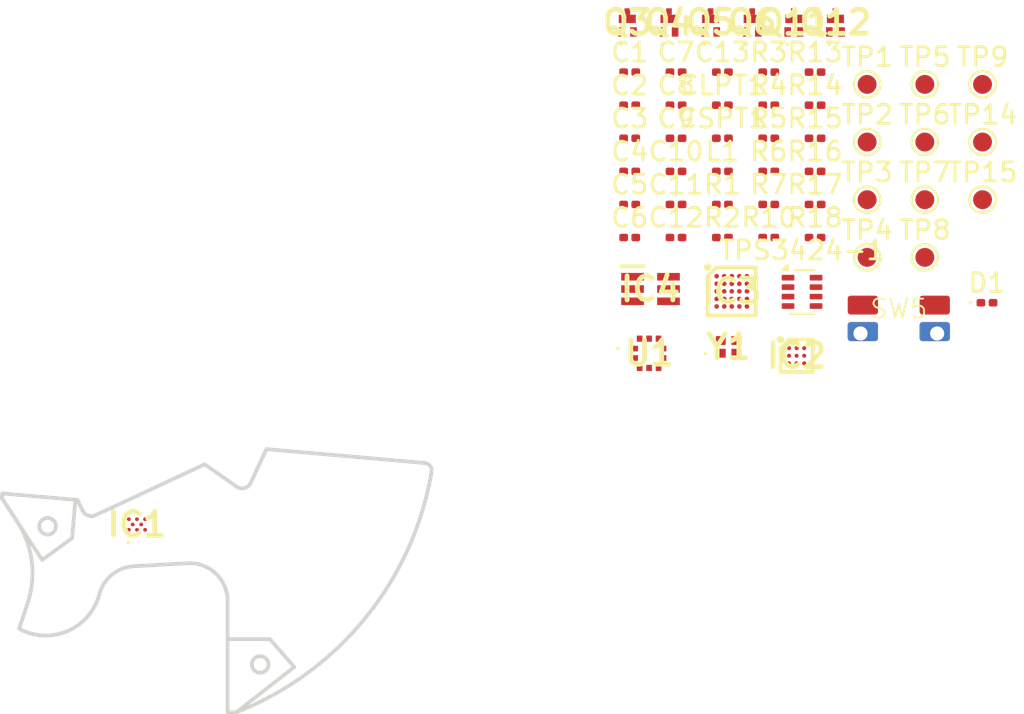
<source format=kicad_pcb>
(kicad_pcb (version 20241229) (generator "pcbnew") (generator_version "9.0")
  (layers (0 "F.Cu" signal) (2 "B.Cu" signal) (13 "F.Paste" user) (15 "B.Paste" user) (5 "F.SilkS" user "F.Silkscreen") (7 "B.SilkS" user "B.Silkscreen") (1 "F.Mask" user) (3 "B.Mask" user) (25 "Edge.Cuts" user))
  (net 0 "")
  (net 1 "GND")
  (net 2 "Monostable output")
  (net 3 "Net-(IC3-VDDA)")
  (net 4 "Net-(IC2-CRST)")
  (net 5 "Net-(U1-VDDIO)")
  (net 6 "NRST")
  (net 7 "Net-(D1-A)")
  (net 8 "+3V0")
  (net 9 "Net-(IC1-VDD)")
  (net 10 "Net-(IC1-MOT2)")
  (net 12 "OSCOUT")
  (net 13 "Net-(IC1-MOT1)")
  (net 14 "Net-(IC1-RESET)")
  (net 15 "OSCIN")
  (net 16 "I2C1_SCL")
  (net 18 "I2C1_SDA")
  (net 19 "SYS_SWDIO")
  (net 20 "GPIO_EXTI9")
  (net 25 "BaroVCC")
  (net 26 "SYS_SWCLK")
  (net 29 "Tim2_CH3")
  (net 30 "CompVCC")
  (net 31 "Tim2_CH1")
  (net 34 "GPIO_EXTI1")
  (net 35 "GPIO_Output_Mono")
  (net 37 "GPIO_Output_Baro")
  (net 38 "GPIO_Output_Comp")
  (net 39 "Net-(Q3-D_1)")
  (net 40 "Net-(Q4-D_1)")
  (net 41 "Controller Output")
  (net 42 "Net-(SW5-A)")
  (net 43 "Net-(TPS3424-1-LPT)")
  (net 44 "Net-(TPS3424-1-SPT)")
  (net 47 "Net-(IC4-ON)")
  (footprint "Capacitor_SMD:C_0201_0603Metric" (layer "F.Cu") (at 127.925 91.35)
    (property "Reference" "C11" (at 0 -1.05 0) (layer "F.SilkS"))
    (property "Value" "100n")
    (pad "1" smd roundrect (at -0.32 0) (size 0.46 0.4) (layers "F.Cu" "F.Mask") (net 1 "GND"))
    (pad "2" smd roundrect (at 0.32 0) (size 0.46 0.4) (layers "F.Cu" "F.Mask") (net 30 "CompVCC"))
  )
  (footprint "SamacSys_Parts:ABS04W32768KHZ4D2T5" (layer "F.Cu") (at 130.7 98.885)
    (property "Reference" "Y1" (at 0 0 0) (layer "F.SilkS") (effects (font (size 1.27 1.27) (thickness 0.254))))
    (property "Value" "ABS04W-32.768KHZ-4-D2-T5" (hide yes))
    (fp_line (start -1.2 0.3) (end -1.2 0.3) (stroke (width 0.1)) (layer "F.SilkS"))
    (fp_line (start -1.2 0.4) (end -1.2 0.4) (stroke (width 0.1)) (layer "F.SilkS"))
    (fp_arc (start -1.2 0.3) (mid -1.15 0.35) (end -1.2 0.4) (stroke (width 0.1)) (layer "F.SilkS"))
    (fp_arc (start -1.2 0.4) (mid -1.25 0.35) (end -1.2 0.3) (stroke (width 0.1)) (layer "F.SilkS"))
    (pad "1" smd rect (at -0.41 0.335 90) (size 0.47 0.52) (layers "F.Cu" "F.Mask" "F.Paste") (net 15 "OSCIN"))
    (pad "2" smd rect (at 0.41 0.335 90) (size 0.47 0.52) (layers "F.Cu" "F.Mask" "F.Paste") (net 1 "GND"))
    (pad "3" smd rect (at 0.41 -0.335 90) (size 0.47 0.52) (layers "F.Cu" "F.Mask" "F.Paste") (net 12 "OSCOUT"))
    (pad "4" smd rect (at -0.41 -0.335 90) (size 0.47 0.52) (layers "F.Cu" "F.Mask" "F.Paste"))
  )
  (footprint "Capacitor_SMD:C_0201_0603Metric" (layer "F.Cu") (at 127.925 93.1)
    (property "Reference" "C12" (at 0 -1.05 0) (layer "F.SilkS"))
    (property "Value" "220n")
    (pad "1" smd roundrect (at -0.32 0) (size 0.46 0.4) (layers "F.Cu" "F.Mask") (net 1 "GND"))
    (pad "2" smd roundrect (at 0.32 0) (size 0.46 0.4) (layers "F.Cu" "F.Mask") (net 42 "Net-(SW5-A)"))
  )
  (footprint "TestPoint:TestPoint_Pad_D1.0mm" (layer "F.Cu") (at 138.025 91.1)
    (property "Reference" "TP3" (at 0 -1.448 0) (layer "F.SilkS"))
    (property "Value" "MOT")
    (fp_circle (center 0 0) (end 0 0.7) (stroke (width 0.12)) (fill no) (layer "F.SilkS"))
    (pad "1" smd circle (at 0 0) (size 1 1) (layers "F.Cu" "F.Mask") (net 10 "Net-(IC1-MOT2)"))
  )
  (footprint "Capacitor_SMD:C_0201_0603Metric" (layer "F.Cu") (at 130.375 86.1)
    (property "Reference" "CLPT1" (at 0 -1.05 0) (layer "F.SilkS"))
    (property "Value" "1u")
    (pad "1" smd roundrect (at -0.32 0) (size 0.46 0.4) (layers "F.Cu" "F.Mask") (net 1 "GND"))
    (pad "2" smd roundrect (at 0.32 0) (size 0.46 0.4) (layers "F.Cu" "F.Mask") (net 43 "Net-(TPS3424-1-LPT)"))
  )
  (footprint "Resistor_SMD:R_0201_0603Metric" (layer "F.Cu") (at 135.275 91.35)
    (property "Reference" "R17" (at 0 -1.05 0) (layer "F.SilkS"))
    (property "Value" "1k")
    (pad "1" smd roundrect (at -0.32 0) (size 0.46 0.4) (layers "F.Cu" "F.Mask") (net 1 "GND"))
    (pad "2" smd roundrect (at 0.32 0) (size 0.46 0.4) (layers "F.Cu" "F.Mask") (net 42 "Net-(SW5-A)"))
  )
  (footprint "Capacitor_SMD:C_0201_0603Metric" (layer "F.Cu") (at 125.475 89.6)
    (property "Reference" "C4" (at 0 -1.05 0) (layer "F.SilkS"))
    (property "Value" "100n")
    (pad "1" smd roundrect (at -0.32 0) (size 0.46 0.4) (layers "F.Cu" "F.Mask") (net 1 "GND"))
    (pad "2" smd roundrect (at 0.32 0) (size 0.46 0.4) (layers "F.Cu" "F.Mask") (net 3 "Net-(IC3-VDDA)"))
  )
  (footprint "Resistor_SMD:R_0201_0603Metric" (layer "F.Cu") (at 135.275 86.1)
    (property "Reference" "R14" (at 0 -1.05 0) (layer "F.SilkS"))
    (property "Value" "100k")
    (pad "1" smd roundrect (at -0.32 0) (size 0.46 0.4) (layers "F.Cu" "F.Mask") (net 31 "Tim2_CH1"))
    (pad "2" smd roundrect (at 0.32 0) (size 0.46 0.4) (layers "F.Cu" "F.Mask") (net 8 "+3V0"))
  )
  (footprint "TestPoint:TestPoint_Pad_D1.0mm" (layer "F.Cu") (at 141.075 88.05)
    (property "Reference" "TP6" (at 0 -1.448 0) (layer "F.SilkS"))
    (property "Value" "SWCLK")
    (fp_circle (center 0 0) (end 0 0.7) (stroke (width 0.12)) (fill no) (layer "F.SilkS"))
    (pad "1" smd circle (at 0 0) (size 1 1) (layers "F.Cu" "F.Mask") (net 26 "SYS_SWCLK"))
  )
  (footprint "SamacSys_Parts:SOT65P210X110-6N" (layer "F.Cu") (at 126.575 95.825)
    (property "Reference" "IC4" (at 0 0 0) (layer "F.SilkS") (effects (font (size 1.27 1.27) (thickness 0.254))))
    (property "Value" "TPS22919DCKR" (hide yes))
    (fp_line (start -1.55 -1.2) (end -0.35 -1.2) (stroke (width 0.2)) (layer "F.SilkS"))
    (pad "1" smd rect (at -0.95 -0.65 90) (size 0.4 1.2) (layers "F.Cu" "F.Mask" "F.Paste") (net 8 "+3V0"))
    (pad "2" smd rect (at -0.95 0 90) (size 0.4 1.2) (layers "F.Cu" "F.Mask" "F.Paste") (net 1 "GND"))
    (pad "3" smd rect (at -0.95 0.65 90) (size 0.4 1.2) (layers "F.Cu" "F.Mask" "F.Paste") (net 47 "Net-(IC4-ON)"))
    (pad "4" smd rect (at 0.95 0.65 90) (size 0.4 1.2) (layers "F.Cu" "F.Mask" "F.Paste"))
    (pad "5" smd rect (at 0.95 0 90) (size 0.4 1.2) (layers "F.Cu" "F.Mask" "F.Paste") (net 1 "GND"))
    (pad "6" smd rect (at 0.95 -0.65 90) (size 0.4 1.2) (layers "F.Cu" "F.Mask" "F.Paste") (net 41 "Controller Output"))
  )
  (footprint "Resistor_SMD:R_0201_0603Metric" (layer "F.Cu") (at 130.375 91.35)
    (property "Reference" "R1" (at 0 -1.05 0) (layer "F.SilkS"))
    (property "Value" "0")
    (pad "1" smd roundrect (at -0.32 0) (size 0.46 0.4) (layers "F.Cu" "F.Mask") (net 9 "Net-(IC1-VDD)"))
    (pad "2" smd roundrect (at 0.32 0) (size 0.46 0.4) (layers "F.Cu" "F.Mask") (net 8 "+3V0"))
  )
  (footprint "Capacitor_SMD:C_0201_0603Metric" (layer "F.Cu") (at 127.925 84.35)
    (property "Reference" "C7" (at 0 -1.05 0) (layer "F.SilkS"))
    (property "Value" "1u")
    (pad "1" smd roundrect (at -0.32 0) (size 0.46 0.4) (layers "F.Cu" "F.Mask") (net 4 "Net-(IC2-CRST)"))
    (pad "2" smd roundrect (at 0.32 0) (size 0.46 0.4) (layers "F.Cu" "F.Mask") (net 1 "GND"))
  )
  (footprint "Resistor_SMD:R_0201_0603Metric" (layer "F.Cu") (at 132.825 93.1)
    (property "Reference" "R10" (at 0 -1.05 0) (layer "F.SilkS"))
    (property "Value" "100k")
    (pad "1" smd roundrect (at -0.32 0) (size 0.46 0.4) (layers "F.Cu" "F.Mask") (net 8 "+3V0"))
    (pad "2" smd roundrect (at 0.32 0) (size 0.46 0.4) (layers "F.Cu" "F.Mask") (net 1 "GND"))
  )
  (footprint "SamacSys_Parts:PCF2003DUS" (layer "F.Cu") (at 99.43 108.28)
    (property "Reference" "IC1" (at 0 0 0) (layer "F.SilkS") (effects (font (size 1.27 1.27) (thickness 0.254))))
    (property "Value" "PCF2003DUS" (hide yes))
    (fp_line (start -0.43 0.9) (end -0.43 0.9) (stroke (width 0.1)) (layer "F.SilkS"))
    (fp_line (start -0.43 1) (end -0.43 1) (stroke (width 0.1)) (layer "F.SilkS"))
    (fp_arc (start -0.43 0.9) (mid -0.38 0.95) (end -0.43 1) (stroke (width 0.1)) (layer "F.SilkS"))
    (fp_arc (start -0.43 1) (mid -0.48 0.95) (end -0.43 0.9) (stroke (width 0.1)) (layer "F.SilkS"))
    (pad "A1" smd circle (at -0.43 0.28 90) (size 0.2 0.2) (layers "F.Cu" "F.Mask" "F.Paste") (net 1 "GND"))
    (pad "A3" smd circle (at 0 0.28 90) (size 0.2 0.2) (layers "F.Cu" "F.Mask" "F.Paste"))
    (pad "A5" smd circle (at 0.43 0.28 90) (size 0.2 0.2) (layers "F.Cu" "F.Mask" "F.Paste") (net 14 "Net-(IC1-RESET)"))
    (pad "B2" smd circle (at -0.225 0 90) (size 0.2 0.2) (layers "F.Cu" "F.Mask" "F.Paste") (net 15 "OSCIN"))
    (pad "B4" smd circle (at 0.225 0 90) (size 0.2 0.2) (layers "F.Cu" "F.Mask" "F.Paste") (net 10 "Net-(IC1-MOT2)"))
    (pad "C1" smd circle (at -0.43 -0.28 90) (size 0.2 0.2) (layers "F.Cu" "F.Mask" "F.Paste") (net 12 "OSCOUT"))
    (pad "C3" smd circle (at 0 -0.28 90) (size 0.2 0.2) (layers "F.Cu" "F.Mask" "F.Paste") (net 13 "Net-(IC1-MOT1)"))
    (pad "C5" smd circle (at 0.43 -0.28 90) (size 0.2 0.2) (layers "F.Cu" "F.Mask" "F.Paste") (net 9 "Net-(IC1-VDD)"))
  )
  (footprint "SamacSys_Parts:BGA25C40P5X5_213X207X58" (layer "F.Cu") (at 130.871 95.946)
    (property "Reference" "IC3" (at 0 0 0) (layer "F.SilkS") (effects (font (size 1.27 1.27) (thickness 0.254))))
    (property "Value" "STM32L011E4Y6TR" (hide yes))
    (fp_line (start -1.271 -0.8) (end -0.8 -1.271) (stroke (width 0.2)) (layer "F.SilkS"))
    (fp_line (start -1.271 1.271) (end -1.271 -0.8) (stroke (width 0.2)) (layer "F.SilkS"))
    (fp_line (start -0.8 -1.271) (end 1.271 -1.271) (stroke (width 0.2)) (layer "F.SilkS"))
    (fp_line (start 1.271 -1.271) (end 1.271 1.271) (stroke (width 0.2)) (layer "F.SilkS"))
    (fp_line (start 1.271 1.271) (end -1.271 1.271) (stroke (width 0.2)) (layer "F.SilkS"))
    (fp_circle (center -1.271 -1.271) (end -1.271 -1.171) (stroke (width 0.2)) (fill no) (layer "F.SilkS"))
    (pad "A1" smd circle (at -0.8 -0.8 90) (size 0.242 0.242) (layers "F.Cu" "F.Mask" "F.Paste") (net 19 "SYS_SWDIO"))
    (pad "A2" smd circle (at -0.4 -0.8 90) (size 0.242 0.242) (layers "F.Cu" "F.Mask" "F.Paste") (net 26 "SYS_SWCLK"))
    (pad "A3" smd circle (at 0 -0.8 90) (size 0.242 0.242) (layers "F.Cu" "F.Mask" "F.Paste") (net 16 "I2C1_SCL"))
    (pad "A4" smd circle (at 0.4 -0.8 90) (size 0.242 0.242) (layers "F.Cu" "F.Mask" "F.Paste") (net 18 "I2C1_SDA"))
    (pad "A5" smd circle (at 0.8 -0.8 90) (size 0.242 0.242) (layers "F.Cu" "F.Mask" "F.Paste") (net 20 "GPIO_EXTI9"))
    (pad "B1" smd circle (at -0.8 -0.4 90) (size 0.242 0.242) (layers "F.Cu" "F.Mask" "F.Paste"))
    (pad "B2" smd circle (at -0.4 -0.4 90) (size 0.242 0.242) (layers "F.Cu" "F.Mask" "F.Paste") (net 38 "GPIO_Output_Comp"))
    (pad "B3" smd circle (at 0 -0.4 90) (size 0.242 0.242) (layers "F.Cu" "F.Mask" "F.Paste"))
    (pad "B4" smd circle (at 0.4 -0.4 90) (size 0.242 0.242) (layers "F.Cu" "F.Mask" "F.Paste") (net 34 "GPIO_EXTI1"))
    (pad "B5" smd circle (at 0.8 -0.4 90) (size 0.242 0.242) (layers "F.Cu" "F.Mask" "F.Paste") (net 35 "GPIO_Output_Mono"))
    (pad "C1" smd circle (at -0.8 0 90) (size 0.242 0.242) (layers "F.Cu" "F.Mask" "F.Paste") (net 31 "Tim2_CH1"))
    (pad "C2" smd circle (at -0.4 0 90) (size 0.242 0.242) (layers "F.Cu" "F.Mask" "F.Paste") (net 29 "Tim2_CH3"))
    (pad "C3" smd circle (at 0 0 90) (size 0.242 0.242) (layers "F.Cu" "F.Mask" "F.Paste"))
    (pad "C4" smd circle (at 0.4 0 90) (size 0.242 0.242) (layers "F.Cu" "F.Mask" "F.Paste") (net 3 "Net-(IC3-VDDA)"))
    (pad "C5" smd circle (at 0.8 0 90) (size 0.242 0.242) (layers "F.Cu" "F.Mask" "F.Paste"))
    (pad "D1" smd circle (at -0.8 0.4 90) (size 0.242 0.242) (layers "F.Cu" "F.Mask" "F.Paste") (net 41 "Controller Output"))
    (pad "D2" smd circle (at -0.4 0.4 90) (size 0.242 0.242) (layers "F.Cu" "F.Mask" "F.Paste"))
    (pad "D3" smd circle (at 0 0.4 90) (size 0.242 0.242) (layers "F.Cu" "F.Mask" "F.Paste"))
    (pad "D4" smd circle (at 0.4 0.4 90) (size 0.242 0.242) (layers "F.Cu" "F.Mask" "F.Paste") (net 37 "GPIO_Output_Baro"))
    (pad "D5" smd circle (at 0.8 0.4 90) (size 0.242 0.242) (layers "F.Cu" "F.Mask" "F.Paste") (net 6 "NRST"))
    (pad "E1" smd circle (at -0.8 0.8 90) (size 0.242 0.242) (layers "F.Cu" "F.Mask" "F.Paste") (net 1 "GND"))
    (pad "E2" smd circle (at -0.4 0.8 90) (size 0.242 0.242) (layers "F.Cu" "F.Mask" "F.Paste"))
    (pad "E3" smd circle (at 0 0.8 90) (size 0.242 0.242) (layers "F.Cu" "F.Mask" "F.Paste"))
    (pad "E4" smd circle (at 0.4 0.8 90) (size 0.242 0.242) (layers "F.Cu" "F.Mask" "F.Paste"))
    (pad "E5" smd circle (at 0.8 0.8 90) (size 0.242 0.242) (layers "F.Cu" "F.Mask" "F.Paste") (net 8 "+3V0"))
  )
  (footprint "SamacSys_Parts:2N7002KQBZ" (layer "F.Cu") (at 136.35 81.725)
    (property "Reference" "Q12" (at 0 0 0) (layer "F.SilkS") (effects (font (size 1.27 1.27) (thickness 0.254))))
    (property "Value" "2N7002KQBZ" (hide yes))
    (fp_line (start -0.325 1.1) (end -0.325 1.1) (stroke (width 0.1)) (layer "F.SilkS"))
    (fp_line (start -0.325 1.2) (end -0.325 1.2) (stroke (width 0.1)) (layer "F.SilkS"))
    (fp_arc (start -0.325 1.1) (mid -0.275 1.15) (end -0.325 1.2) (stroke (width 0.1)) (layer "F.SilkS"))
    (fp_arc (start -0.325 1.2) (mid -0.375 1.15) (end -0.325 1.1) (stroke (width 0.1)) (layer "F.SilkS"))
    (pad "1" smd rect (at -0.325 0.5) (size 0.35 0.5) (layers "F.Cu" "F.Mask" "F.Paste") (net 37 "GPIO_Output_Baro"))
    (pad "2" smd rect (at 0.325 0.5) (size 0.35 0.5) (layers "F.Cu" "F.Mask" "F.Paste") (net 8 "+3V0"))
    (pad "3" smd rect (at 0 -0.19 90) (size 0.44 0.9) (layers "F.Cu" "F.Mask" "F.Paste") (net 25 "BaroVCC"))
    (pad "4" smd rect (at 0 -0.58) (size 0.3 0.34) (layers "F.Cu" "F.Mask" "F.Paste") (net 25 "BaroVCC"))
  )
  (footprint "TestPoint:TestPoint_Pad_D1.0mm" (layer "F.Cu") (at 138.025 85)
    (property "Reference" "TP1" (at 0 -1.448 0) (layer "F.SilkS"))
    (property "Value" "GND_PCF2003")
    (fp_circle (center 0 0) (end 0 0.7) (stroke (width 0.12)) (fill no) (layer "F.SilkS"))
    (pad "1" smd circle (at 0 0) (size 1 1) (layers "F.Cu" "F.Mask") (net 1 "GND"))
  )
  (footprint "SamacSys_Parts:2N7002KQBZ" (layer "F.Cu") (at 134.15 81.725)
    (property "Reference" "Q11" (at 0 0 0) (layer "F.SilkS") (effects (font (size 1.27 1.27) (thickness 0.254))))
    (property "Value" "2N7002KQBZ" (hide yes))
    (fp_line (start -0.325 1.1) (end -0.325 1.1) (stroke (width 0.1)) (layer "F.SilkS"))
    (fp_line (start -0.325 1.2) (end -0.325 1.2) (stroke (width 0.1)) (layer "F.SilkS"))
    (fp_arc (start -0.325 1.1) (mid -0.275 1.15) (end -0.325 1.2) (stroke (width 0.1)) (layer "F.SilkS"))
    (fp_arc (start -0.325 1.2) (mid -0.375 1.15) (end -0.325 1.1) (stroke (width 0.1)) (layer "F.SilkS"))
    (pad "1" smd rect (at -0.325 0.5) (size 0.35 0.5) (layers "F.Cu" "F.Mask" "F.Paste") (net 38 "GPIO_Output_Comp"))
    (pad "2" smd rect (at 0.325 0.5) (size 0.35 0.5) (layers "F.Cu" "F.Mask" "F.Paste") (net 8 "+3V0"))
    (pad "3" smd rect (at 0 -0.19 90) (size 0.44 0.9) (layers "F.Cu" "F.Mask" "F.Paste") (net 30 "CompVCC"))
    (pad "4" smd rect (at 0 -0.58) (size 0.3 0.34) (layers "F.Cu" "F.Mask" "F.Paste") (net 30 "CompVCC"))
  )
  (footprint "TestPoint:TestPoint_Pad_D1.0mm" (layer "F.Cu") (at 144.125 88.05)
    (property "Reference" "TP14" (at 0 -1.448 0) (layer "F.SilkS"))
    (property "Value" "B+")
    (fp_circle (center 0 0) (end 0 0.7) (stroke (width 0.12)) (fill no) (layer "F.SilkS"))
    (pad "1" smd circle (at 0 0) (size 1 1) (layers "F.Cu" "F.Mask") (net 7 "Net-(D1-A)"))
  )
  (footprint "SamacSys_Parts:2N7002KQBZ" (layer "F.Cu") (at 129.75 81.725)
    (property "Reference" "Q5" (at 0 0 0) (layer "F.SilkS") (effects (font (size 1.27 1.27) (thickness 0.254))))
    (property "Value" "2N7002KQBZ" (hide yes))
    (fp_line (start -0.325 1.1) (end -0.325 1.1) (stroke (width 0.1)) (layer "F.SilkS"))
    (fp_line (start -0.325 1.2) (end -0.325 1.2) (stroke (width 0.1)) (layer "F.SilkS"))
    (fp_arc (start -0.325 1.1) (mid -0.275 1.15) (end -0.325 1.2) (stroke (width 0.1)) (layer "F.SilkS"))
    (fp_arc (start -0.325 1.2) (mid -0.375 1.15) (end -0.325 1.1) (stroke (width 0.1)) (layer "F.SilkS"))
    (pad "1" smd rect (at -0.325 0.5) (size 0.35 0.5) (layers "F.Cu" "F.Mask" "F.Paste") (net 31 "Tim2_CH1"))
    (pad "2" smd rect (at 0.325 0.5) (size 0.35 0.5) (layers "F.Cu" "F.Mask" "F.Paste") (net 39 "Net-(Q3-D_1)"))
    (pad "3" smd rect (at 0 -0.19 90) (size 0.44 0.9) (layers "F.Cu" "F.Mask" "F.Paste") (net 1 "GND"))
    (pad "4" smd rect (at 0 -0.58) (size 0.3 0.34) (layers "F.Cu" "F.Mask" "F.Paste") (net 1 "GND"))
  )
  (footprint "Capacitor_SMD:C_0201_0603Metric" (layer "F.Cu") (at 130.375 84.35)
    (property "Reference" "C13" (at 0 -1.05 0) (layer "F.SilkS"))
    (property "Value" "100n")
    (pad "1" smd roundrect (at -0.32 0) (size 0.46 0.4) (layers "F.Cu" "F.Mask") (net 6 "NRST"))
    (pad "2" smd roundrect (at 0.32 0) (size 0.46 0.4) (layers "F.Cu" "F.Mask") (net 1 "GND"))
  )
  (footprint "Resistor_SMD:R_0201_0603Metric" (layer "F.Cu") (at 135.275 89.6)
    (property "Reference" "R16" (at 0 -1.05 0) (layer "F.SilkS"))
    (property "Value" "100k")
    (pad "1" smd roundrect (at -0.32 0) (size 0.46 0.4) (layers "F.Cu" "F.Mask") (net 40 "Net-(Q4-D_1)"))
    (pad "2" smd roundrect (at 0.32 0) (size 0.46 0.4) (layers "F.Cu" "F.Mask") (net 29 "Tim2_CH3"))
  )
  (footprint "TestPoint:TestPoint_Pad_D1.0mm" (layer "F.Cu") (at 141.075 85)
    (property "Reference" "TP5" (at 0 -1.448 0) (layer "F.SilkS"))
    (property "Value" "SWDIO")
    (fp_circle (center 0 0) (end 0 0.7) (stroke (width 0.12)) (fill no) (layer "F.SilkS"))
    (pad "1" smd circle (at 0 0) (size 1 1) (layers "F.Cu" "F.Mask") (net 19 "SYS_SWDIO"))
  )
  (footprint "Capacitor_SMD:C_0201_0603Metric" (layer "F.Cu") (at 125.475 86.1)
    (property "Reference" "C2" (at 0 -1.05 0) (layer "F.SilkS"))
    (property "Value" "1u")
    (pad "1" smd roundrect (at -0.32 0) (size 0.46 0.4) (layers "F.Cu" "F.Mask") (net 1 "GND"))
    (pad "2" smd roundrect (at 0.32 0) (size 0.46 0.4) (layers "F.Cu" "F.Mask") (net 41 "Controller Output"))
  )
  (footprint "TestPoint:TestPoint_Pad_D1.0mm" (layer "F.Cu") (at 144.125 85)
    (property "Reference" "TP9" (at 0 -1.448 0) (layer "F.SilkS"))
    (property "Value" "SD1-")
    (fp_circle (center 0 0) (end 0 0.7) (stroke (width 0.12)) (fill no) (layer "F.SilkS"))
    (pad "1" smd circle (at 0 0) (size 1 1) (layers "F.Cu" "F.Mask") (net 40 "Net-(Q4-D_1)"))
  )
  (footprint "Capacitor_SMD:C_0201_0603Metric" (layer "F.Cu") (at 125.475 84.35)
    (property "Reference" "C1" (at 0 -1.05 0) (layer "F.SilkS"))
    (property "Value" "100n")
    (pad "1" smd roundrect (at -0.32 0) (size 0.46 0.4) (layers "F.Cu" "F.Mask") (net 1 "GND"))
    (pad "2" smd roundrect (at 0.32 0) (size 0.46 0.4) (layers "F.Cu" "F.Mask") (net 41 "Controller Output"))
  )
  (footprint "Capacitor_SMD:C_0201_0603Metric" (layer "F.Cu") (at 125.475 87.85)
    (property "Reference" "C3" (at 0 -1.05 0) (layer "F.SilkS"))
    (property "Value" "1u")
    (pad "1" smd roundrect (at -0.32 0) (size 0.46 0.4) (layers "F.Cu" "F.Mask") (net 1 "GND"))
    (pad "2" smd roundrect (at 0.32 0) (size 0.46 0.4) (layers "F.Cu" "F.Mask") (net 3 "Net-(IC3-VDDA)"))
  )
  (footprint "Capacitor_SMD:C_0201_0603Metric" (layer "F.Cu") (at 125.475 91.35)
    (property "Reference" "C5" (at 0 -1.05 0) (layer "F.SilkS"))
    (property "Value" "100n")
    (pad "1" smd roundrect (at -0.32 0) (size 0.46 0.4) (layers "F.Cu" "F.Mask") (net 25 "BaroVCC"))
    (pad "2" smd roundrect (at 0.32 0) (size 0.46 0.4) (layers "F.Cu" "F.Mask") (net 1 "GND"))
  )
  (footprint "Diode_SMD:D_0201_0603Metric" (layer "F.Cu") (at 144.36 96.55)
    (property "Reference" "D1" (at 0 -1.05 0) (layer "F.SilkS"))
    (property "Value" "D")
    (fp_circle (center -0.86 0) (end -0.81 0) (stroke (width 0.1)) (fill no) (layer "F.SilkS"))
    (pad "1" smd roundrect (at -0.32 0) (size 0.46 0.4) (layers "F.Cu" "F.Mask") (net 8 "+3V0"))
    (pad "2" smd roundrect (at 0.32 0) (size 0.46 0.4) (layers "F.Cu" "F.Mask") (net 7 "Net-(D1-A)"))
  )
  (footprint "Inductor_SMD:L_0201_0603Metric" (layer "F.Cu") (at 130.375 89.6)
    (property "Reference" "L1" (at 0 -1.05 0) (layer "F.SilkS"))
    (property "Value" "27n")
    (pad "1" smd roundrect (at -0.32 0) (size 0.46 0.4) (layers "F.Cu" "F.Mask") (net 41 "Controller Output"))
    (pad "2" smd roundrect (at 0.32 0) (size 0.46 0.4) (layers "F.Cu" "F.Mask") (net 3 "Net-(IC3-VDDA)"))
  )
  (footprint "SamacSys_Parts:Wurth side button 434331013822" (layer "F.Cu") (at 139.7 97.375)
    (property "Reference" "SW5" (at 0 -0.5 0) (layer "F.SilkS") (effects (font (thickness 0.1))))
    (property "Value" "SW_MEC_5E")
    (pad "1" smd roundrect (at -1.9 -0.7) (size 1.6 1) (layers "F.Cu" "F.Mask" "F.Paste") (roundrect_rratio 0.15) (net 8 "+3V0"))
    (pad "2" smd roundrect (at 1.9 -0.7) (size 1.6 1) (layers "F.Cu" "F.Mask" "F.Paste") (roundrect_rratio 0.15) (net 8 "+3V0"))
    (pad "3" thru_hole roundrect (at -2.025 0.8) (size 1.6 1) (drill 0.75 (offset 0.125 -0.1)) (layers "*.Cu" "*.Mask") (roundrect_rratio 0.15) (net 42 "Net-(SW5-A)"))
    (pad "4" thru_hole roundrect (at 2.025 0.8) (size 1.6 1) (drill 0.75 (offset -0.125 -0.1)) (layers "*.Cu" "*.Mask") (roundrect_rratio 0.15) (net 42 "Net-(SW5-A)"))
  )
  (footprint "SamacSys_Parts:BMP581" (layer "F.Cu") (at 126.5 99.225)
    (property "Reference" "U1" (at 0 0 0) (layer "F.SilkS") (effects (font (size 1.27 1.27) (thickness 0.254))))
    (property "Value" "BMP581" (hide yes))
    (fp_line (start -1.7 -0.25) (end -1.7 -0.25) (stroke (width 0.1)) (layer "F.SilkS"))
    (fp_line (start -1.6 -0.25) (end -1.6 -0.25) (stroke (width 0.1)) (layer "F.SilkS"))
    (fp_arc (start -1.7 -0.25) (mid -1.65 -0.3) (end -1.6 -0.25) (stroke (width 0.1)) (layer "F.SilkS"))
    (fp_arc (start -1.6 -0.25) (mid -1.65 -0.2) (end -1.7 -0.25) (stroke (width 0.1)) (layer "F.SilkS"))
    (pad "1" smd rect (at -0.75 -0.25 90) (size 0.3 0.325) (layers "F.Cu" "F.Mask" "F.Paste") (net 5 "Net-(U1-VDDIO)"))
    (pad "2" smd rect (at -0.75 0.25 90) (size 0.3 0.325) (layers "F.Cu" "F.Mask" "F.Paste") (net 16 "I2C1_SCL"))
    (pad "3" smd rect (at -0.5 0.775) (size 0.3 0.325) (layers "F.Cu" "F.Mask" "F.Paste") (net 1 "GND"))
    (pad "4" smd rect (at 0 0.775) (size 0.3 0.325) (layers "F.Cu" "F.Mask" "F.Paste") (net 18 "I2C1_SDA"))
    (pad "5" smd rect (at 0.5 0.775) (size 0.3 0.325) (layers "F.Cu" "F.Mask" "F.Paste") (net 1 "GND"))
    (pad "6" smd rect (at 0.75 0.25 90) (size 0.3 0.325) (layers "F.Cu" "F.Mask" "F.Paste"))
    (pad "7" smd rect (at 0.75 -0.25 90) (size 0.3 0.325) (layers "F.Cu" "F.Mask" "F.Paste") (net 1 "GND"))
    (pad "8" smd rect (at 0.5 -0.775) (size 0.3 0.325) (layers "F.Cu" "F.Mask" "F.Paste") (net 1 "GND"))
    (pad "9" smd rect (at 0 -0.775) (size 0.3 0.325) (layers "F.Cu" "F.Mask" "F.Paste") (net 1 "GND"))
    (pad "10" smd rect (at -0.5 -0.775) (size 0.3 0.325) (layers "F.Cu" "F.Mask" "F.Paste") (net 30 "CompVCC"))
  )
  (footprint "TestPoint:TestPoint_Pad_D1.0mm" (layer "F.Cu") (at 138.025 88.05)
    (property "Reference" "TP2" (at 0 -1.448 0) (layer "F.SilkS"))
    (property "Value" "VDD_PCF2003")
    (fp_circle (center 0 0) (end 0 0.7) (stroke (width 0.12)) (fill no) (layer "F.SilkS"))
    (pad "1" smd circle (at 0 0) (size 1 1) (layers "F.Cu" "F.Mask") (net 9 "Net-(IC1-VDD)"))
  )
  (footprint "Resistor_SMD:R_0201_0603Metric" (layer "F.Cu") (at 132.825 84.35)
    (property "Reference" "R3" (at 0 -1.05 0) (layer "F.SilkS"))
    (property "Value" "0")
    (pad "1" smd roundrect (at -0.32 0) (size 0.46 0.4) (layers "F.Cu" "F.Mask") (net 14 "Net-(IC1-RESET)"))
    (pad "2" smd roundrect (at 0.32 0) (size 0.46 0.4) (layers "F.Cu" "F.Mask") (net 8 "+3V0"))
  )
  (footprint "Capacitor_SMD:C_0201_0603Metric" (layer "F.Cu") (at 127.925 89.6)
    (property "Reference" "C10" (at 0 -1.05 0) (layer "F.SilkS"))
    (property "Value" "100n")
    (pad "1" smd roundrect (at -0.32 0) (size 0.46 0.4) (layers "F.Cu" "F.Mask") (net 1 "GND"))
    (pad "2" smd roundrect (at 0.32 0) (size 0.46 0.4) (layers "F.Cu" "F.Mask") (net 5 "Net-(U1-VDDIO)"))
  )
  (footprint "Capacitor_SMD:C_0201_0603Metric" (layer "F.Cu") (at 125.475 93.1)
    (property "Reference" "C6" (at 0 -1.05 0) (layer "F.SilkS"))
    (property "Value" "1u")
    (pad "1" smd roundrect (at -0.32 0) (size 0.46 0.4) (layers "F.Cu" "F.Mask") (net 4 "Net-(IC2-CRST)"))
    (pad "2" smd roundrect (at 0.32 0) (size 0.46 0.4) (layers "F.Cu" "F.Mask") (net 1 "GND"))
  )
  (footprint "Resistor_SMD:R_0201_0603Metric" (layer "F.Cu") (at 132.825 91.35)
    (property "Reference" "R7" (at 0 -1.05 0) (layer "F.SilkS"))
    (property "Value" "2k")
    (pad "1" smd roundrect (at -0.32 0) (size 0.46 0.4) (layers "F.Cu" "F.Mask") (net 2 "Monostable output"))
    (pad "2" smd roundrect (at 0.32 0) (size 0.46 0.4) (layers "F.Cu" "F.Mask") (net 18 "I2C1_SDA"))
  )
  (footprint "Resistor_SMD:R_0201_0603Metric" (layer "F.Cu") (at 135.275 93.1)
    (property "Reference" "R18" (at 0 -1.05 0) (layer "F.SilkS"))
    (property "Value" "47k")
    (pad "1" smd roundrect (at -0.32 0) (size 0.46 0.4) (layers "F.Cu" "F.Mask") (net 42 "Net-(SW5-A)"))
    (pad "2" smd roundrect (at 0.32 0) (size 0.46 0.4) (layers "F.Cu" "F.Mask") (net 20 "GPIO_EXTI9"))
  )
  (footprint "Resistor_SMD:R_0201_0603Metric" (layer "F.Cu") (at 132.825 87.85)
    (property "Reference" "R5" (at 0 -1.05 0) (layer "F.SilkS"))
    (property "Value" "2k")
    (pad "1" smd roundrect (at -0.32 0) (size 0.46 0.4) (layers "F.Cu" "F.Mask") (net 25 "BaroVCC"))
    (pad "2" smd roundrect (at 0.32 0) (size 0.46 0.4) (layers "F.Cu" "F.Mask") (net 16 "I2C1_SCL"))
  )
  (footprint "TestPoint:TestPoint_Pad_D1.0mm" (layer "F.Cu") (at 144.125 91.1)
    (property "Reference" "TP15" (at 0 -1.448 0) (layer "F.SilkS"))
    (property "Value" "B-")
    (fp_circle (center 0 0) (end 0 0.7) (stroke (width 0.12)) (fill no) (layer "F.SilkS"))
    (pad "1" smd circle (at 0 0) (size 1 1) (layers "F.Cu" "F.Mask") (net 1 "GND"))
  )
  (footprint "Resistor_SMD:R_0201_0603Metric" (layer "F.Cu") (at 135.275 84.35)
    (property "Reference" "R13" (at 0 -1.05 0) (layer "F.SilkS"))
    (property "Value" "100k")
    (pad "1" smd roundrect (at -0.32 0) (size 0.46 0.4) (layers "F.Cu" "F.Mask") (net 8 "+3V0"))
    (pad "2" smd roundrect (at 0.32 0) (size 0.46 0.4) (layers "F.Cu" "F.Mask") (net 29 "Tim2_CH3"))
  )
  (footprint "TestPoint:TestPoint_Pad_D1.0mm" (layer "F.Cu") (at 138.025 94.15)
    (property "Reference" "TP4" (at 0 -1.448 0) (layer "F.SilkS"))
    (property "Value" "MOT")
    (fp_circle (center 0 0) (end 0 0.7) (stroke (width 0.12)) (fill no) (layer "F.SilkS"))
    (pad "1" smd circle (at 0 0) (size 1 1) (layers "F.Cu" "F.Mask") (net 13 "Net-(IC1-MOT1)"))
  )
  (footprint "Capacitor_SMD:C_0201_0603Metric" (layer "F.Cu") (at 130.375 87.85)
    (property "Reference" "CSPT1" (at 0 -1.05 0) (layer "F.SilkS"))
    (property "Value" "1u")
    (pad "1" smd roundrect (at -0.32 0) (size 0.46 0.4) (layers "F.Cu" "F.Mask") (net 1 "GND"))
    (pad "2" smd roundrect (at 0.32 0) (size 0.46 0.4) (layers "F.Cu" "F.Mask") (net 44 "Net-(TPS3424-1-SPT)"))
  )
  (footprint "Capacitor_SMD:C_0201_0603Metric" (layer "F.Cu") (at 127.925 87.85)
    (property "Reference" "C9" (at 0 -1.05 0) (layer "F.SilkS"))
    (property "Value" "100n")
    (pad "1" smd roundrect (at -0.32 0) (size 0.46 0.4) (layers "F.Cu" "F.Mask") (net 25 "BaroVCC"))
    (pad "2" smd roundrect (at 0.32 0) (size 0.46 0.4) (layers "F.Cu" "F.Mask") (net 1 "GND"))
  )
  (footprint "SamacSys_Parts:2N7002KQBZ" (layer "F.Cu") (at 125.35 81.725)
    (property "Reference" "Q3" (at 0 0 0) (layer "F.SilkS") (effects (font (size 1.27 1.27) (thickness 0.254))))
    (property "Value" "2N7002KQBZ" (hide yes))
    (fp_line (start -0.325 1.1) (end -0.325 1.1) (stroke (width 0.1)) (layer "F.SilkS"))
    (fp_line (start -0.325 1.2) (end -0.325 1.2) (stroke (width 0.1)) (layer "F.SilkS"))
    (fp_arc (start -0.325 1.1) (mid -0.275 1.15) (end -0.325 1.2) (stroke (width 0.1)) (layer "F.SilkS"))
    (fp_arc (start -0.325 1.2) (mid -0.375 1.15) (end -0.325 1.1) (stroke (width 0.1)) (layer "F.SilkS"))
    (pad "1" smd rect (at -0.325 0.5) (size 0.35 0.5) (layers "F.Cu" "F.Mask" "F.Paste") (net 29 "Tim2_CH3"))
    (pad "2" smd rect (at 0.325 0.5) (size 0.35 0.5) (layers "F.Cu" "F.Mask" "F.Paste") (net 8 "+3V0"))
    (pad "3" smd rect (at 0 -0.19 90) (size 0.44 0.9) (layers "F.Cu" "F.Mask" "F.Paste") (net 39 "Net-(Q3-D_1)"))
    (pad "4" smd rect (at 0 -0.58) (size 0.3 0.34) (layers "F.Cu" "F.Mask" "F.Paste") (net 39 "Net-(Q3-D_1)"))
  )
  (footprint "TestPoint:TestPoint_Pad_D1.0mm" (layer "F.Cu") (at 141.075 91.1)
    (property "Reference" "TP7" (at 0 -1.448 0) (layer "F.SilkS"))
    (property "Value" "NRST")
    (fp_circle (center 0 0) (end 0 0.7) (stroke (width 0.12)) (fill no) (layer "F.SilkS"))
    (pad "1" smd circle (at 0 0) (size 1 1) (layers "F.Cu" "F.Mask") (net 6 "NRST"))
  )
  (footprint "SamacSys_Parts:BGA9C40P3X3_128X128X54" (layer "F.Cu") (at 134.298 99.353)
    (property "Reference" "IC2" (at 0 0 0) (layer "F.SilkS") (effects (font (size 1.27 1.27) (thickness 0.254))))
    (property "Value" "BMM350" (hide yes))
    (fp_line (start -0.857 -0.401) (end -0.399 -0.859) (stroke (width 0.2)) (layer "F.SilkS"))
    (fp_line (start -0.857 0.857) (end -0.857 -0.401) (stroke (width 0.2)) (layer "F.SilkS"))
    (fp_line (start -0.4 -0.858) (end 0.858 -0.858) (stroke (width 0.2)) (layer "F.SilkS"))
    (fp_line (start 0.858 -0.858) (end 0.858 0.857) (stroke (width 0.2)) (layer "F.SilkS"))
    (fp_line (start 0.858 0.857) (end -0.857 0.857) (stroke (width 0.2)) (layer "F.SilkS"))
    (fp_circle (center -0.858 -0.858) (end -0.858 -0.758) (stroke (width 0.2)) (fill no) (layer "F.SilkS"))
    (pad "A1" smd circle (at -0.4 -0.4 90) (size 0.215 0.215) (layers "F.Cu" "F.Mask" "F.Paste"))
    (pad "A2" smd circle (at 0 -0.4 90) (size 0.215 0.215) (layers "F.Cu" "F.Mask" "F.Paste") (net 18 "I2C1_SDA"))
    (pad "A3" smd circle (at 0.4 -0.4 90) (size 0.215 0.215) (layers "F.Cu" "F.Mask" "F.Paste") (net 16 "I2C1_SCL"))
    (pad "B1" smd circle (at -0.4 0 90) (size 0.215 0.215) (layers "F.Cu" "F.Mask" "F.Paste") (net 1 "GND"))
    (pad "B2" smd circle (at 0 0 90) (size 0.215 0.215) (layers "F.Cu" "F.Mask" "F.Paste") (net 1 "GND"))
    (pad "B3" smd circle (at 0.4 0 90) (size 0.215 0.215) (layers "F.Cu" "F.Mask" "F.Paste") (net 25 "BaroVCC"))
    (pad "C1" smd circle (at -0.4 0.4 90) (size 0.215 0.215) (layers "F.Cu" "F.Mask" "F.Paste") (net 25 "BaroVCC"))
    (pad "C2" smd circle (at 0 0.4 90) (size 0.215 0.215) (layers "F.Cu" "F.Mask" "F.Paste") (net 4 "Net-(IC2-CRST)"))
    (pad "C3" smd circle (at 0.4 0.4 90) (size 0.215 0.215) (layers "F.Cu" "F.Mask" "F.Paste") (net 1 "GND"))
  )
  (footprint "TestPoint:TestPoint_Pad_D1.0mm" (layer "F.Cu") (at 141.075 94.15)
    (property "Reference" "TP8" (at 0 -1.448 0) (layer "F.SilkS"))
    (property "Value" "SD1+")
    (fp_circle (center 0 0) (end 0 0.7) (stroke (width 0.12)) (fill no) (layer "F.SilkS"))
    (pad "1" smd circle (at 0 0) (size 1 1) (layers "F.Cu" "F.Mask") (net 39 "Net-(Q3-D_1)"))
  )
  (footprint "Resistor_SMD:R_0201_0603Metric" (layer "F.Cu") (at 132.825 86.1)
    (property "Reference" "R4" (at 0 -1.05 0) (layer "F.SilkS"))
    (property "Value" "2k")
    (pad "1" smd roundrect (at -0.32 0) (size 0.46 0.4) (layers "F.Cu" "F.Mask") (net 25 "BaroVCC"))
    (pad "2" smd roundrect (at 0.32 0) (size 0.46 0.4) (layers "F.Cu" "F.Mask") (net 18 "I2C1_SDA"))
  )
  (footprint "Capacitor_SMD:C_0201_0603Metric" (layer "F.Cu") (at 127.925 86.1)
    (property "Reference" "C8" (at 0 -1.05 0) (layer "F.SilkS"))
    (property "Value" "200n")
    (pad "1" smd roundrect (at -0.32 0) (size 0.46 0.4) (layers "F.Cu" "F.Mask") (net 4 "Net-(IC2-CRST)"))
    (pad "2" smd roundrect (at 0.32 0) (size 0.46 0.4) (layers "F.Cu" "F.Mask") (net 1 "GND"))
  )
  (footprint "SamacSys_Parts:2N7002KQBZ" (layer "F.Cu") (at 131.95 81.725)
    (property "Reference" "Q6" (at 0 0 0) (layer "F.SilkS") (effects (font (size 1.27 1.27) (thickness 0.254))))
    (property "Value" "2N7002KQBZ" (hide yes))
    (fp_line (start -0.325 1.1) (end -0.325 1.1) (stroke (width 0.1)) (layer "F.SilkS"))
    (fp_line (start -0.325 1.2) (end -0.325 1.2) (stroke (width 0.1)) (layer "F.SilkS"))
    (fp_arc (start -0.325 1.1) (mid -0.275 1.15) (end -0.325 1.2) (stroke (width 0.1)) (layer "F.SilkS"))
    (fp_arc (start -0.325 1.2) (mid -0.375 1.15) (end -0.325 1.1) (stroke (width 0.1)) (layer "F.SilkS"))
    (pad "1" smd rect (at -0.325 0.5) (size 0.35 0.5) (layers "F.Cu" "F.Mask" "F.Paste") (net 29 "Tim2_CH3"))
    (pad "2" smd rect (at 0.325 0.5) (size 0.35 0.5) (layers "F.Cu" "F.Mask" "F.Paste") (net 40 "Net-(Q4-D_1)"))
    (pad "3" smd rect (at 0 -0.19 90) (size 0.44 0.9) (layers "F.Cu" "F.Mask" "F.Paste") (net 1 "GND"))
    (pad "4" smd rect (at 0 -0.58) (size 0.3 0.34) (layers "F.Cu" "F.Mask" "F.Paste") (net 1 "GND"))
  )
  (footprint "Package_TO_SOT_SMD:SOT-583-8" (layer "F.Cu") (at 134.585 95.975)
    (property "Reference" "TPS3424-1" (at 0 -2.2 0) (layer "F.SilkS"))
    (property "Value" "~")
    (fp_line (start 0.65 -1.16) (end -0.4 -1.16) (stroke (width 0.12)) (layer "F.SilkS"))
    (fp_line (start 0.65 1.16) (end -0.65 1.16) (stroke (width 0.12)) (layer "F.SilkS"))
    (fp_poly (pts (xy -0.76 -1.16) (xy -1.04 -1.16) (xy -0.76 -1.44) (xy -0.76 -1.16)) (stroke (width 0.12)) (fill yes) (layer "F.SilkS"))
    (pad "1" smd roundrect (at -0.74 -0.75) (size 0.67 0.3) (layers "F.Cu" "F.Mask" "F.Paste") (roundrect_rratio 0.1666666667) (net 20 "GPIO_EXTI9"))
    (pad "2" smd roundrect (at -0.74 -0.25) (size 0.67 0.3) (layers "F.Cu" "F.Mask" "F.Paste") (roundrect_rratio 0.1666666667) (net 1 "GND"))
    (pad "3" smd roundrect (at -0.74 0.25) (size 0.67 0.3) (layers "F.Cu" "F.Mask" "F.Paste") (roundrect_rratio 0.1666666667) (net 8 "+3V0"))
    (pad "4" smd roundrect (at -0.74 0.75) (size 0.67 0.3) (layers "F.Cu" "F.Mask" "F.Paste") (roundrect_rratio 0.1666666667) (net 44 "Net-(TPS3424-1-SPT)"))
    (pad "5" smd roundrect (at 0.74 0.75) (size 0.67 0.3) (layers "F.Cu" "F.Mask" "F.Paste") (roundrect_rratio 0.1666666667) (net 43 "Net-(TPS3424-1-LPT)"))
    (pad "6" smd roundrect (at 0.74 0.25) (size 0.67 0.3) (layers "F.Cu" "F.Mask" "F.Paste") (roundrect_rratio 0.1666666667) (net 47 "Net-(IC4-ON)"))
    (pad "7" smd roundrect (at 0.74 -0.25) (size 0.67 0.3) (layers "F.Cu" "F.Mask" "F.Paste") (roundrect_rratio 0.1666666667) (net 34 "GPIO_EXTI1"))
    (pad "8" smd roundrect (at 0.74 -0.75) (size 0.67 0.3) (layers "F.Cu" "F.Mask" "F.Paste") (roundrect_rratio 0.1666666667) (net 35 "GPIO_Output_Mono"))
  )
  (footprint "Resistor_SMD:R_0201_0603Metric" (layer "F.Cu") (at 135.275 87.85)
    (property "Reference" "R15" (at 0 -1.05 0) (layer "F.SilkS"))
    (property "Value" "100k")
    (pad "1" smd roundrect (at -0.32 0) (size 0.46 0.4) (layers "F.Cu" "F.Mask") (net 31 "Tim2_CH1"))
    (pad "2" smd roundrect (at 0.32 0) (size 0.46 0.4) (layers "F.Cu" "F.Mask") (net 39 "Net-(Q3-D_1)"))
  )
  (footprint "SamacSys_Parts:2N7002KQBZ" (layer "F.Cu") (at 127.55 81.725)
    (property "Reference" "Q4" (at 0 0 0) (layer "F.SilkS") (effects (font (size 1.27 1.27) (thickness 0.254))))
    (property "Value" "2N7002KQBZ" (hide yes))
    (fp_line (start -0.325 1.1) (end -0.325 1.1) (stroke (width 0.1)) (layer "F.SilkS"))
    (fp_line (start -0.325 1.2) (end -0.325 1.2) (stroke (width 0.1)) (layer "F.SilkS"))
    (fp_arc (start -0.325 1.1) (mid -0.275 1.15) (end -0.325 1.2) (stroke (width 0.1)) (layer "F.SilkS"))
    (fp_arc (start -0.325 1.2) (mid -0.375 1.15) (end -0.325 1.1) (stroke (width 0.1)) (layer "F.SilkS"))
    (pad "1" smd rect (at -0.325 0.5) (size 0.35 0.5) (layers "F.Cu" "F.Mask" "F.Paste") (net 31 "Tim2_CH1"))
    (pad "2" smd rect (at 0.325 0.5) (size 0.35 0.5) (layers "F.Cu" "F.Mask" "F.Paste") (net 8 "+3V0"))
    (pad "3" smd rect (at 0 -0.19 90) (size 0.44 0.9) (layers "F.Cu" "F.Mask" "F.Paste") (net 40 "Net-(Q4-D_1)"))
    (pad "4" smd rect (at 0 -0.58) (size 0.3 0.34) (layers "F.Cu" "F.Mask" "F.Paste") (net 40 "Net-(Q4-D_1)"))
  )
  (footprint "Resistor_SMD:R_0201_0603Metric" (layer "F.Cu") (at 132.825 89.6)
    (property "Reference" "R6" (at 0 -1.05 0) (layer "F.SilkS"))
    (property "Value" "2k")
    (pad "1" smd roundrect (at -0.32 0) (size 0.46 0.4) (layers "F.Cu" "F.Mask") (net 16 "I2C1_SCL"))
    (pad "2" smd roundrect (at 0.32 0) (size 0.46 0.4) (layers "F.Cu" "F.Mask") (net 2 "Monostable output"))
  )
  (footprint "Resistor_SMD:R_0201_0603Metric" (layer "F.Cu") (at 130.375 93.1)
    (property "Reference" "R2" (at 0 -1.05 0) (layer "F.SilkS"))
    (property "Value" "0")
    (pad "1" smd roundrect (at -0.32 0) (size 0.46 0.4) (layers "F.Cu" "F.Mask") (net 1 "GND"))
    (pad "2" smd roundrect (at 0.32 0) (size 0.46 0.4) (layers "F.Cu" "F.Mask") (net 14 "Net-(IC1-RESET)"))
  )
  (gr_line (start 104.221741 118.217583) (end 104.671746 118.217583) (stroke (width 0.2)) (layer "Edge.Cuts"))
  (gr_line (start 96.293452 106.984524) (end 96.562903 107.555635) (stroke (width 0.2)) (layer "Edge.Cuts"))
  (gr_line (start 94.418829 110.155024) (end 96 109) (stroke (width 0.2)) (layer "Edge.Cuts"))
  (gr_line (start 93.649493 112.441363) (end 93.197976 113.792573) (stroke (width 0.2)) (layer "Edge.Cuts"))
  (gr_arc (start 114.640687 105.025822) (mid 114.922285 105.179666) (end 115.000277 105.490914) (stroke (width 0.2)) (layer "Edge.Cuts"))
  (gr_line (start 96.293452 106.984524) (end 92.311382 106.636138) (stroke (width 0.2)) (layer "Edge.Cuts"))
  (gr_arc (start 93.100096 108.13273) (mid 93.867093 110.224263) (end 93.649493 112.441363) (stroke (width 0.2)) (layer "Edge.Cuts"))
  (gr_line (start 99.262983 110.487755) (end 102.111236 110.330173) (stroke (width 0.2)) (layer "Edge.Cuts"))
  (gr_line (start 104.671741 118.217583) (end 107.743561 115.816672) (stroke (width 0.2)) (layer "Edge.Cuts"))
  (gr_line (start 92.311382 106.636138) (end 92.289593 106.885186) (stroke (width 0.2)) (layer "Edge.Cuts"))
  (gr_line (start 92.289593 106.885186) (end 94.418829 110.155024) (stroke (width 0.2)) (layer "Edge.Cuts"))
  (gr_line (start 114.640687 105.025822) (end 106.266983 104.293217) (stroke (width 0.2)) (layer "Edge.Cuts"))
  (gr_arc (start 102.111236 110.330173) (mid 103.596336 110.874369) (end 104.221741 112.327118) (stroke (width 0.2)) (layer "Edge.Cuts"))
  (gr_arc (start 97.439967 111.9732) (mid 95.762342 113.916649) (end 93.197976 113.792573) (stroke (width 0.2)) (layer "Edge.Cuts"))
  (gr_circle (center 105.943185 115.680475) (end 106.383185 115.680475) (stroke (width 0.2)) (fill no) (layer "Edge.Cuts"))
  (gr_arc (start 97.439967 111.9732) (mid 98.110089 110.934253) (end 99.262983 110.487755) (stroke (width 0.2)) (layer "Edge.Cuts"))
  (gr_line (start 104.221741 112.327118) (end 104.221741 114.336977) (stroke (width 0.2)) (layer "Edge.Cuts"))
  (gr_line (start 106.266983 104.293217) (end 105.441136 106.080928) (stroke (width 0.2)) (layer "Edge.Cuts"))
  (gr_line (start 96.177221 106.974355) (end 96 109) (stroke (width 0.2)) (layer "Edge.Cuts"))
  (gr_line (start 92.289593 106.885186) (end 93.100096 108.13273) (stroke (width 0.2)) (layer "Edge.Cuts"))
  (gr_line (start 104.221741 114.342184) (end 104.221741 118.217583) (stroke (width 0.2)) (layer "Edge.Cuts"))
  (gr_arc (start 105.441136 106.080928) (mid 105.117461 106.354019) (end 104.705527 106.284506) (stroke (width 0.2)) (layer "Edge.Cuts"))
  (gr_line (start 107.743561 115.816672) (end 106.455124 114.342184) (stroke (width 0.2)) (layer "Edge.Cuts"))
  (gr_line (start 97.225311 107.793211) (end 103.008699 105.096373) (stroke (width 0.2)) (layer "Edge.Cuts"))
  (gr_arc (start 97.225311 107.793211) (mid 96.844081 107.810288) (end 96.562903 107.555635) (stroke (width 0.2)) (layer "Edge.Cuts"))
  (gr_line (start 103.008699 105.096373) (end 104.705527 106.284506) (stroke (width 0.2)) (layer "Edge.Cuts"))
  (gr_arc (start 115.000277 105.490914) (mid 111.509888 113.212712) (end 104.671746 118.217583) (stroke (width 0.2)) (layer "Edge.Cuts"))
  (gr_line (start 104.221741 114.342184) (end 106.455124 114.342184) (stroke (width 0.2)) (layer "Edge.Cuts"))
  (gr_circle (center 94.706234 108.372915) (end 95.146234 108.372915) (stroke (width 0.2)) (fill no) (layer "Edge.Cuts"))
)
</source>
